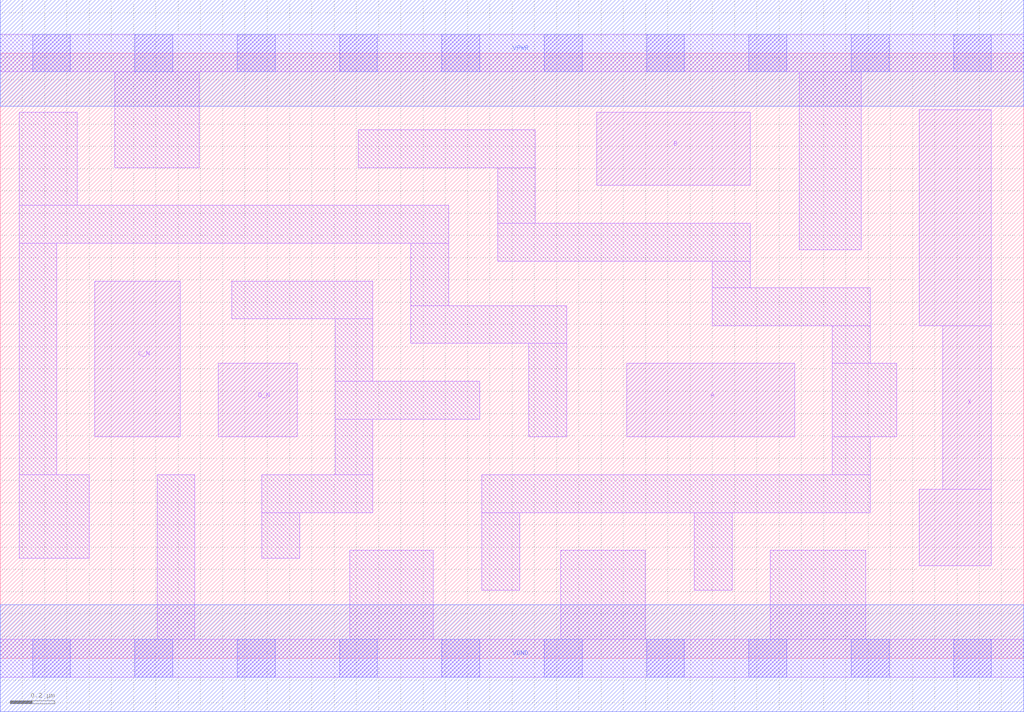
<source format=lef>
# Copyright 2020 The SkyWater PDK Authors
#
# Licensed under the Apache License, Version 2.0 (the "License");
# you may not use this file except in compliance with the License.
# You may obtain a copy of the License at
#
#     https://www.apache.org/licenses/LICENSE-2.0
#
# Unless required by applicable law or agreed to in writing, software
# distributed under the License is distributed on an "AS IS" BASIS,
# WITHOUT WARRANTIES OR CONDITIONS OF ANY KIND, either express or implied.
# See the License for the specific language governing permissions and
# limitations under the License.
#
# SPDX-License-Identifier: Apache-2.0

VERSION 5.7 ;
BUSBITCHARS "[]" ;
DIVIDERCHAR "/" ;
PROPERTYDEFINITIONS
  MACRO maskLayoutSubType STRING ;
  MACRO prCellType STRING ;
  MACRO originalViewName STRING ;
END PROPERTYDEFINITIONS
MACRO sky130_fd_sc_hdll__or4bb_1
  ORIGIN  0.000000  0.000000 ;
  CLASS CORE ;
  SYMMETRY X Y R90 ;
  SIZE  4.600000 BY  2.720000 ;
  SITE unithd ;
  PIN A
    ANTENNAGATEAREA  0.138600 ;
    DIRECTION INPUT ;
    USE SIGNAL ;
    PORT
      LAYER li1 ;
        RECT 2.815000 0.995000 3.570000 1.325000 ;
    END
  END A
  PIN B
    ANTENNAGATEAREA  0.138600 ;
    DIRECTION INPUT ;
    USE SIGNAL ;
    PORT
      LAYER li1 ;
        RECT 2.680000 2.125000 3.370000 2.455000 ;
    END
  END B
  PIN C_N
    ANTENNAGATEAREA  0.138600 ;
    DIRECTION INPUT ;
    USE SIGNAL ;
    PORT
      LAYER li1 ;
        RECT 0.425000 0.995000 0.810000 1.695000 ;
    END
  END C_N
  PIN D_N
    ANTENNAGATEAREA  0.138600 ;
    DIRECTION INPUT ;
    USE SIGNAL ;
    PORT
      LAYER li1 ;
        RECT 0.980000 0.995000 1.335000 1.325000 ;
    END
  END D_N
  PIN VGND
    DIRECTION INOUT ;
    USE SIGNAL ;
    PORT
      LAYER met1 ;
        RECT 0.000000 -0.240000 4.600000 0.240000 ;
    END
  END VGND
  PIN VPWR
    DIRECTION INOUT ;
    USE SIGNAL ;
    PORT
      LAYER met1 ;
        RECT 0.000000 2.480000 4.600000 2.960000 ;
    END
  END VPWR
  PIN X
    ANTENNADIFFAREA  0.463700 ;
    DIRECTION OUTPUT ;
    USE SIGNAL ;
    PORT
      LAYER li1 ;
        RECT 4.130000 0.415000 4.455000 0.760000 ;
        RECT 4.130000 1.495000 4.455000 2.465000 ;
        RECT 4.235000 0.760000 4.455000 1.495000 ;
    END
  END X
  OBS
    LAYER li1 ;
      RECT 0.000000 -0.085000 4.600000 0.085000 ;
      RECT 0.000000  2.635000 4.600000 2.805000 ;
      RECT 0.085000  0.450000 0.400000 0.825000 ;
      RECT 0.085000  0.825000 0.255000 1.865000 ;
      RECT 0.085000  1.865000 2.015000 2.035000 ;
      RECT 0.085000  2.035000 0.345000 2.455000 ;
      RECT 0.515000  2.205000 0.895000 2.635000 ;
      RECT 0.705000  0.085000 0.875000 0.825000 ;
      RECT 1.040000  1.525000 1.675000 1.695000 ;
      RECT 1.175000  0.450000 1.345000 0.655000 ;
      RECT 1.175000  0.655000 1.675000 0.825000 ;
      RECT 1.505000  0.825000 1.675000 1.075000 ;
      RECT 1.505000  1.075000 2.155000 1.245000 ;
      RECT 1.505000  1.245000 1.675000 1.525000 ;
      RECT 1.570000  0.085000 1.945000 0.485000 ;
      RECT 1.610000  2.205000 2.405000 2.375000 ;
      RECT 1.845000  1.415000 2.545000 1.585000 ;
      RECT 1.845000  1.585000 2.015000 1.865000 ;
      RECT 2.165000  0.305000 2.335000 0.655000 ;
      RECT 2.165000  0.655000 3.910000 0.825000 ;
      RECT 2.235000  1.785000 3.370000 1.955000 ;
      RECT 2.235000  1.955000 2.405000 2.205000 ;
      RECT 2.375000  0.995000 2.545000 1.415000 ;
      RECT 2.520000  0.085000 2.900000 0.485000 ;
      RECT 3.120000  0.305000 3.290000 0.655000 ;
      RECT 3.200000  1.495000 3.910000 1.665000 ;
      RECT 3.200000  1.665000 3.370000 1.785000 ;
      RECT 3.460000  0.085000 3.890000 0.485000 ;
      RECT 3.590000  1.835000 3.870000 2.635000 ;
      RECT 3.740000  0.825000 3.910000 0.995000 ;
      RECT 3.740000  0.995000 4.030000 1.325000 ;
      RECT 3.740000  1.325000 3.910000 1.495000 ;
    LAYER mcon ;
      RECT 0.145000 -0.085000 0.315000 0.085000 ;
      RECT 0.145000  2.635000 0.315000 2.805000 ;
      RECT 0.605000 -0.085000 0.775000 0.085000 ;
      RECT 0.605000  2.635000 0.775000 2.805000 ;
      RECT 1.065000 -0.085000 1.235000 0.085000 ;
      RECT 1.065000  2.635000 1.235000 2.805000 ;
      RECT 1.525000 -0.085000 1.695000 0.085000 ;
      RECT 1.525000  2.635000 1.695000 2.805000 ;
      RECT 1.985000 -0.085000 2.155000 0.085000 ;
      RECT 1.985000  2.635000 2.155000 2.805000 ;
      RECT 2.445000 -0.085000 2.615000 0.085000 ;
      RECT 2.445000  2.635000 2.615000 2.805000 ;
      RECT 2.905000 -0.085000 3.075000 0.085000 ;
      RECT 2.905000  2.635000 3.075000 2.805000 ;
      RECT 3.365000 -0.085000 3.535000 0.085000 ;
      RECT 3.365000  2.635000 3.535000 2.805000 ;
      RECT 3.825000 -0.085000 3.995000 0.085000 ;
      RECT 3.825000  2.635000 3.995000 2.805000 ;
      RECT 4.285000 -0.085000 4.455000 0.085000 ;
      RECT 4.285000  2.635000 4.455000 2.805000 ;
  END
  PROPERTY maskLayoutSubType "abstract" ;
  PROPERTY prCellType "standard" ;
  PROPERTY originalViewName "layout" ;
END sky130_fd_sc_hdll__or4bb_1

</source>
